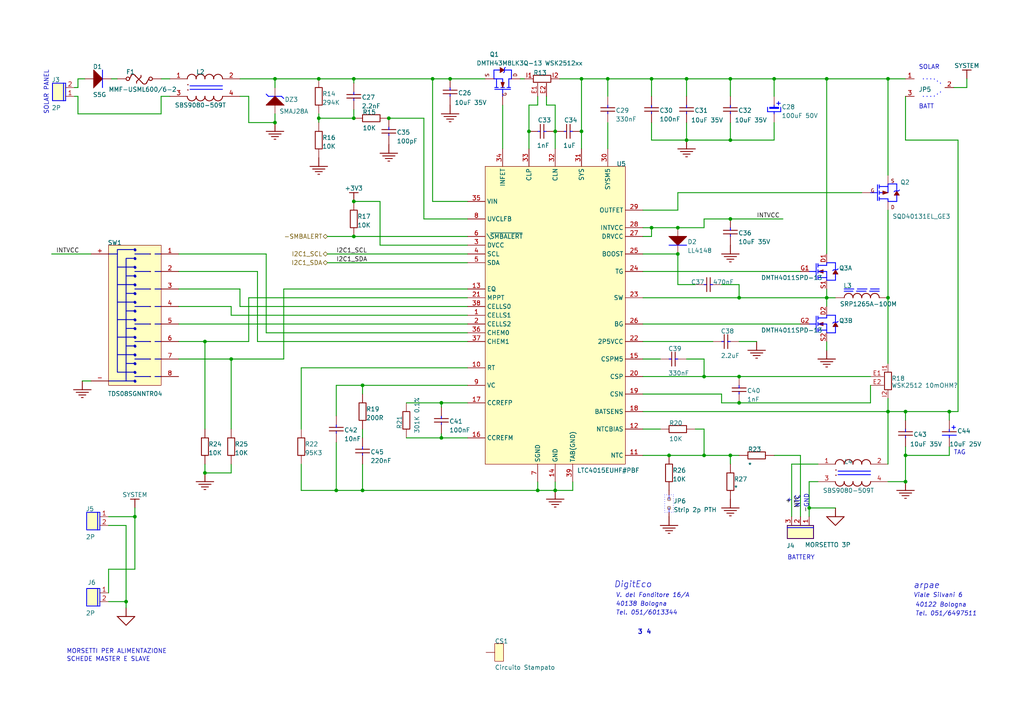
<source format=kicad_sch>
(kicad_sch (version 20230121) (generator eeschema)
  (paper "A4")
  (title_block (title "Stima V4-Power") (rev "1.0"))
  (junction (at 112.776 34.29))
  (junction (at 204.216 132.08))
  (junction (at 188.976 66.04))
  (junction (at 168.656 38.1))
  (junction (at 194.056 132.08))
  (junction (at 204.216 109.22))
  (junction (at 257.556 22.86))
  (junction (at 128.016 127))
  (junction (at 214.376 116.84))
  (junction (at 257.556 86.36))
  (junction (at 275.336 119.38))
  (junction (at 199.136 22.86))
  (junction (at 214.376 109.22))
  (junction (at 36.576 174.498))
  (junction (at 155.956 142.24))
  (junction (at 59.436 99.06))
  (junction (at 105.156 111.76))
  (junction (at 199.136 40.64))
  (junction (at 239.776 86.36))
  (junction (at 196.596 73.66))
  (junction (at 102.616 22.86))
  (junction (at 92.456 34.29))
  (junction (at 102.616 58.42))
  (junction (at 196.596 66.04))
  (junction (at 224.536 22.86))
  (junction (at 161.036 38.1))
  (junction (at 79.756 22.86))
  (junction (at 59.436 137.16))
  (junction (at 67.056 104.14))
  (junction (at 125.476 22.86))
  (junction (at 214.376 86.36))
  (junction (at 257.556 119.38))
  (junction (at 262.636 119.38))
  (junction (at 92.456 22.86))
  (junction (at 161.036 142.24))
  (junction (at 234.696 147.32))
  (junction (at 97.536 142.24))
  (junction (at 102.616 68.58))
  (junction (at 153.416 38.1))
  (junction (at 79.756 35.56))
  (junction (at 105.156 142.24))
  (junction (at 262.636 132.08))
  (junction (at 188.976 22.86))
  (junction (at 176.276 22.86))
  (junction (at 211.836 22.86))
  (junction (at 130.556 22.86))
  (junction (at 102.616 34.29))
  (junction (at 262.636 139.7))
  (junction (at 168.656 22.86))
  (junction (at 211.836 63.5))
  (junction (at 128.016 116.84))
  (junction (at 39.116 149.86))
  (junction (at 211.836 40.64))
  (junction (at 211.836 132.08))
  (junction (at 239.776 22.86))
  (wire (pts (xy 79.756 35.56) (xy 79.756 33.02)) (stroke (width 0.254)))
  (wire (pts (xy 188.976 27.94) (xy 188.976 22.86)) (stroke (width 0.254)))
  (wire (pts (xy 46.736 22.86) (xy 49.276 22.86)) (stroke (width 0.254)))
  (wire (pts (xy 155.956 30.48) (xy 153.416 30.48)) (stroke (width 0.254)))
  (wire (pts (xy 234.696 147.32) (xy 242.316 147.32)) (stroke (width 0.254)))
  (wire (pts (xy 135.636 116.84) (xy 128.016 116.84)) (stroke (width 0.254)))
  (wire (pts (xy 128.016 125.73) (xy 128.016 127)) (stroke (width 0.254)))
  (wire (pts (xy 239.776 88.9) (xy 239.776 86.36)) (stroke (width 0.254)))
  (wire (pts (xy 224.536 22.86) (xy 211.836 22.86)) (stroke (width 0.254)))
  (wire (pts (xy 161.036 139.7) (xy 161.036 142.24)) (stroke (width 0.254)))
  (wire (pts (xy 232.156 149.86) (xy 232.156 132.08)) (stroke (width 0.254)))
  (wire (pts (xy 135.636 76.2) (xy 94.996 76.2)) (stroke (width 0.254)))
  (wire (pts (xy 31.496 165.1) (xy 31.496 171.958)) (stroke (width 0.254)))
  (wire (pts (xy 105.156 124.46) (xy 105.156 127)) (stroke (width 0.254)))
  (wire (pts (xy 199.136 22.86) (xy 188.976 22.86)) (stroke (width 0.254)))
  (wire (pts (xy 122.936 63.5) (xy 122.936 34.29)) (stroke (width 0.254)))
  (wire (pts (xy 257.556 134.62) (xy 257.556 119.38)) (stroke (width 0.254)))
  (wire (pts (xy 186.436 114.3) (xy 209.296 114.3)) (stroke (width 0.254)))
  (wire (pts (xy 22.606 22.86) (xy 24.638 22.86)) (stroke (width 0.254)))
  (wire (pts (xy 135.636 99.06) (xy 74.676 99.06)) (stroke (width 0.254)))
  (wire (pts (xy 209.296 116.84) (xy 214.376 116.84)) (stroke (width 0.254)))
  (wire (pts (xy 176.276 27.94) (xy 176.276 22.86)) (stroke (width 0.254)))
  (wire (pts (xy 186.436 99.06) (xy 206.756 99.06)) (stroke (width 0.254)))
  (wire (pts (xy 232.156 132.08) (xy 224.536 132.08)) (stroke (width 0.254)))
  (wire (pts (xy 72.136 86.36) (xy 72.136 99.06)) (stroke (width 0.254)))
  (wire (pts (xy 188.976 22.86) (xy 176.276 22.86)) (stroke (width 0.254)))
  (wire (pts (xy 135.636 86.36) (xy 72.136 86.36)) (stroke (width 0.254)))
  (wire (pts (xy 186.436 78.74) (xy 232.156 78.74)) (stroke (width 0.254)))
  (wire (pts (xy 176.276 35.56) (xy 176.276 43.18)) (stroke (width 0.254)))
  (wire (pts (xy 239.776 101.6) (xy 239.776 99.06)) (stroke (width 0.254)))
  (wire (pts (xy 211.836 132.08) (xy 214.376 132.08)) (stroke (width 0.254)))
  (wire (pts (xy 188.976 68.58) (xy 188.976 66.04)) (stroke (width 0.254)))
  (wire (pts (xy 105.156 134.62) (xy 105.156 142.24)) (stroke (width 0.254)))
  (wire (pts (xy 69.596 83.82) (xy 51.816 83.82)) (stroke (width 0.254)))
  (wire (pts (xy 14.986 73.66) (xy 26.416 73.66)) (stroke (width 0.254)))
  (wire (pts (xy 77.216 96.52) (xy 77.216 73.66)) (stroke (width 0.254)))
  (wire (pts (xy 275.336 119.38) (xy 277.876 119.38)) (stroke (width 0.254)))
  (wire (pts (xy 21.59 27.94) (xy 22.606 27.94)) (stroke (width 0.254)))
  (wire (pts (xy 67.056 134.62) (xy 67.056 137.16)) (stroke (width 0.254)))
  (wire (pts (xy 224.536 27.94) (xy 224.536 22.86)) (stroke (width 0.254)))
  (wire (pts (xy 186.436 73.66) (xy 196.596 73.66)) (stroke (width 0.254)))
  (wire (pts (xy 257.556 22.86) (xy 239.776 22.86)) (stroke (width 0.254)))
  (wire (pts (xy 257.556 119.38) (xy 262.636 119.38)) (stroke (width 0.254)))
  (wire (pts (xy 186.436 66.04) (xy 188.976 66.04)) (stroke (width 0.254)))
  (wire (pts (xy 125.476 58.42) (xy 125.476 22.86)) (stroke (width 0.254)))
  (wire (pts (xy 22.606 27.94) (xy 22.606 33.02)) (stroke (width 0.254)))
  (wire (pts (xy 22.606 25.4) (xy 22.606 22.86)) (stroke (width 0.254)))
  (wire (pts (xy 22.606 33.02) (xy 46.736 33.02)) (stroke (width 0.254)))
  (wire (pts (xy 105.156 111.76) (xy 105.156 114.3)) (stroke (width 0.254)))
  (wire (pts (xy 280.416 25.4) (xy 280.416 22.86)) (stroke (width 0.254)))
  (wire (pts (xy 229.616 134.62) (xy 237.236 134.62)) (stroke (width 0.254)))
  (wire (pts (xy 135.636 91.44) (xy 67.056 91.44)) (stroke (width 0.254)))
  (wire (pts (xy 97.536 128.27) (xy 97.536 142.24)) (stroke (width 0.254)))
  (wire (pts (xy 135.636 96.52) (xy 77.216 96.52)) (stroke (width 0.254)))
  (wire (pts (xy 257.556 139.7) (xy 262.636 139.7)) (stroke (width 0.254)))
  (wire (pts (xy 199.136 40.64) (xy 199.136 35.56)) (stroke (width 0.254)))
  (wire (pts (xy 135.636 71.12) (xy 110.236 71.12)) (stroke (width 0.254)))
  (wire (pts (xy 234.696 147.32) (xy 234.696 139.7)) (stroke (width 0.254)))
  (wire (pts (xy 277.876 40.64) (xy 262.636 40.64)) (stroke (width 0.254)))
  (wire (pts (xy 199.136 40.64) (xy 211.836 40.64)) (stroke (width 0.254)))
  (wire (pts (xy 188.976 40.64) (xy 199.136 40.64)) (stroke (width 0.254)))
  (wire (pts (xy 105.156 111.76) (xy 97.536 111.76)) (stroke (width 0.254)))
  (wire (pts (xy 209.296 82.55) (xy 214.376 82.55)) (stroke (width 0.254)))
  (wire (pts (xy 145.796 30.48) (xy 145.796 43.18)) (stroke (width 0.254)))
  (wire (pts (xy 257.556 86.36) (xy 257.556 60.96)) (stroke (width 0.254)))
  (wire (pts (xy 125.476 22.86) (xy 130.556 22.86)) (stroke (width 0.254)))
  (wire (pts (xy 72.136 27.94) (xy 72.136 35.56)) (stroke (width 0.254)))
  (wire (pts (xy 257.556 22.86) (xy 262.636 22.86)) (stroke (width 0.254)))
  (wire (pts (xy 87.376 106.68) (xy 87.376 124.46)) (stroke (width 0.254)))
  (wire (pts (xy 39.116 165.1) (xy 39.116 149.86)) (stroke (width 0.254)))
  (wire (pts (xy 130.556 22.86) (xy 140.716 22.86)) (stroke (width 0.254)))
  (wire (pts (xy 150.876 22.86) (xy 152.146 22.86)) (stroke (width 0.254)))
  (wire (pts (xy 97.536 111.76) (xy 97.536 120.65)) (stroke (width 0.254)))
  (wire (pts (xy 186.436 124.46) (xy 191.516 124.46)) (stroke (width 0.254)))
  (wire (pts (xy 31.496 174.498) (xy 36.576 174.498)) (stroke (width 0.254)))
  (wire (pts (xy 277.876 119.38) (xy 277.876 40.64)) (stroke (width 0.254)))
  (wire (pts (xy 135.636 73.66) (xy 94.996 73.66)) (stroke (width 0.254)))
  (wire (pts (xy 92.456 35.56) (xy 92.456 34.29)) (stroke (width 0.254)))
  (wire (pts (xy 135.636 111.76) (xy 105.156 111.76)) (stroke (width 0.254)))
  (wire (pts (xy 153.416 30.48) (xy 153.416 38.1)) (stroke (width 0.254)))
  (wire (pts (xy 105.156 142.24) (xy 155.956 142.24)) (stroke (width 0.254)))
  (wire (pts (xy 59.436 99.06) (xy 51.816 99.06)) (stroke (width 0.254)))
  (wire (pts (xy 135.636 68.58) (xy 102.616 68.58)) (stroke (width 0.254)))
  (wire (pts (xy 72.136 99.06) (xy 59.436 99.06)) (stroke (width 0.254)))
  (wire (pts (xy 67.056 137.16) (xy 59.436 137.16)) (stroke (width 0.254)))
  (wire (pts (xy 186.436 119.38) (xy 257.556 119.38)) (stroke (width 0.254)))
  (wire (pts (xy 77.216 73.66) (xy 51.816 73.66)) (stroke (width 0.254)))
  (wire (pts (xy 186.436 60.96) (xy 196.596 60.96)) (stroke (width 0.254)))
  (wire (pts (xy 135.636 63.5) (xy 122.936 63.5)) (stroke (width 0.254)))
  (wire (pts (xy 128.016 118.11) (xy 128.016 116.84)) (stroke (width 0.254)))
  (wire (pts (xy 209.296 114.3) (xy 209.296 116.84)) (stroke (width 0.254)))
  (wire (pts (xy 239.776 22.86) (xy 224.536 22.86)) (stroke (width 0.254)))
  (wire (pts (xy 211.836 27.94) (xy 211.836 22.86)) (stroke (width 0.254)))
  (wire (pts (xy 234.696 149.86) (xy 234.696 147.32)) (stroke (width 0.254)))
  (wire (pts (xy 161.036 38.1) (xy 161.036 43.18)) (stroke (width 0.254)))
  (wire (pts (xy 252.476 116.84) (xy 252.476 111.76)) (stroke (width 0.254)))
  (wire (pts (xy 32.258 22.86) (xy 34.036 22.86)) (stroke (width 0.254)))
  (wire (pts (xy 275.336 119.38) (xy 275.336 121.92)) (stroke (width 0.254)))
  (wire (pts (xy 155.956 27.94) (xy 155.956 30.48)) (stroke (width 0.254)))
  (wire (pts (xy 204.216 124.46) (xy 201.676 124.46)) (stroke (width 0.254)))
  (wire (pts (xy 214.376 99.06) (xy 219.456 99.06)) (stroke (width 0.254)))
  (wire (pts (xy 196.596 73.66) (xy 196.596 82.55)) (stroke (width 0.254)))
  (wire (pts (xy 275.336 132.08) (xy 262.636 132.08)) (stroke (width 0.254)))
  (wire (pts (xy 186.436 93.98) (xy 232.156 93.98)) (stroke (width 0.254)))
  (wire (pts (xy 161.036 142.24) (xy 166.116 142.24)) (stroke (width 0.254)))
  (wire (pts (xy 196.596 60.96) (xy 196.596 55.88)) (stroke (width 0.254)))
  (wire (pts (xy 199.136 27.94) (xy 199.136 22.86)) (stroke (width 0.254)))
  (wire (pts (xy 276.606 25.4) (xy 280.416 25.4)) (stroke (width 0.254)))
  (wire (pts (xy 214.376 82.55) (xy 214.376 86.36)) (stroke (width 0.254)))
  (wire (pts (xy 257.556 105.41) (xy 257.556 86.36)) (stroke (width 0.254)))
  (wire (pts (xy 67.056 88.9) (xy 51.816 88.9)) (stroke (width 0.254)))
  (wire (pts (xy 102.616 68.58) (xy 94.996 68.58)) (stroke (width 0.254)))
  (wire (pts (xy 239.776 86.36) (xy 242.316 86.36)) (stroke (width 0.254)))
  (wire (pts (xy 191.516 104.14) (xy 186.436 104.14)) (stroke (width 0.254)))
  (wire (pts (xy 188.976 66.04) (xy 196.596 66.04)) (stroke (width 0.254)))
  (wire (pts (xy 161.036 30.48) (xy 161.036 38.1)) (stroke (width 0.254)))
  (wire (pts (xy 211.836 40.64) (xy 224.536 40.64)) (stroke (width 0.254)))
  (wire (pts (xy 211.836 63.5) (xy 227.076 63.5)) (stroke (width 0.254)))
  (wire (pts (xy 87.376 142.24) (xy 97.536 142.24)) (stroke (width 0.254)))
  (wire (pts (xy 110.236 71.12) (xy 110.236 58.42)) (stroke (width 0.254)))
  (wire (pts (xy 204.216 104.14) (xy 204.216 109.22)) (stroke (width 0.254)))
  (wire (pts (xy 21.59 25.4) (xy 22.606 25.4)) (stroke (width 0.254)))
  (wire (pts (xy 46.736 33.02) (xy 46.736 27.94)) (stroke (width 0.254)))
  (wire (pts (xy 36.576 152.4) (xy 31.496 152.4)) (stroke (width 0.254)))
  (wire (pts (xy 211.836 134.62) (xy 211.836 132.08)) (stroke (width 0.254)))
  (wire (pts (xy 59.436 137.16) (xy 59.436 134.62)) (stroke (width 0.254)))
  (wire (pts (xy 158.496 27.94) (xy 158.496 30.48)) (stroke (width 0.254)))
  (wire (pts (xy 67.056 104.14) (xy 51.816 104.14)) (stroke (width 0.254)))
  (wire (pts (xy 204.216 66.04) (xy 204.216 63.5)) (stroke (width 0.254)))
  (wire (pts (xy 168.656 22.86) (xy 162.306 22.86)) (stroke (width 0.254)))
  (wire (pts (xy 257.556 115.57) (xy 257.556 119.38)) (stroke (width 0.254)))
  (wire (pts (xy 153.416 38.1) (xy 153.416 43.18)) (stroke (width 0.254)))
  (wire (pts (xy 39.116 149.86) (xy 39.116 147.32)) (stroke (width 0.254)))
  (wire (pts (xy 168.656 38.1) (xy 168.656 22.86)) (stroke (width 0.254)))
  (wire (pts (xy 155.956 142.24) (xy 161.036 142.24)) (stroke (width 0.254)))
  (wire (pts (xy 82.296 83.82) (xy 82.296 104.14)) (stroke (width 0.254)))
  (wire (pts (xy 97.536 142.24) (xy 105.156 142.24)) (stroke (width 0.254)))
  (wire (pts (xy 239.776 22.86) (xy 239.776 73.66)) (stroke (width 0.254)))
  (wire (pts (xy 257.556 50.8) (xy 257.556 22.86)) (stroke (width 0.254)))
  (wire (pts (xy 69.596 27.94) (xy 72.136 27.94)) (stroke (width 0.254)))
  (wire (pts (xy 87.376 134.62) (xy 87.376 142.24)) (stroke (width 0.254)))
  (wire (pts (xy 128.016 127) (xy 135.636 127)) (stroke (width 0.254)))
  (wire (pts (xy 214.376 116.84) (xy 252.476 116.84)) (stroke (width 0.254)))
  (wire (pts (xy 158.496 30.48) (xy 161.036 30.48)) (stroke (width 0.254)))
  (wire (pts (xy 135.636 58.42) (xy 125.476 58.42)) (stroke (width 0.254)))
  (wire (pts (xy 122.936 34.29) (xy 112.776 34.29)) (stroke (width 0.254)))
  (wire (pts (xy 135.636 93.98) (xy 51.816 93.98)) (stroke (width 0.254)))
  (wire (pts (xy 188.976 35.56) (xy 188.976 40.64)) (stroke (width 0.254)))
  (wire (pts (xy 211.836 22.86) (xy 199.136 22.86)) (stroke (width 0.254)))
  (wire (pts (xy 196.596 55.88) (xy 249.936 55.88)) (stroke (width 0.254)))
  (wire (pts (xy 204.216 132.08) (xy 204.216 124.46)) (stroke (width 0.254)))
  (wire (pts (xy 214.376 109.22) (xy 204.216 109.22)) (stroke (width 0.254)))
  (wire (pts (xy 262.636 139.7) (xy 262.636 132.08)) (stroke (width 0.254)))
  (wire (pts (xy 135.636 83.82) (xy 82.296 83.82)) (stroke (width 0.254)))
  (wire (pts (xy 69.596 88.9) (xy 69.596 83.82)) (stroke (width 0.254)))
  (wire (pts (xy 262.636 132.08) (xy 262.636 129.54)) (stroke (width 0.254)))
  (wire (pts (xy 194.056 132.08) (xy 204.216 132.08)) (stroke (width 0.254)))
  (wire (pts (xy 36.576 174.498) (xy 36.576 152.4)) (stroke (width 0.254)))
  (wire (pts (xy 79.756 22.86) (xy 79.756 25.4)) (stroke (width 0.254)))
  (wire (pts (xy 214.376 86.36) (xy 186.436 86.36)) (stroke (width 0.254)))
  (wire (pts (xy 211.836 40.64) (xy 211.836 35.56)) (stroke (width 0.254)))
  (wire (pts (xy 67.056 91.44) (xy 67.056 88.9)) (stroke (width 0.254)))
  (wire (pts (xy 186.436 68.58) (xy 188.976 68.58)) (stroke (width 0.254)))
  (wire (pts (xy 204.216 109.22) (xy 186.436 109.22)) (stroke (width 0.254)))
  (wire (pts (xy 46.736 27.94) (xy 49.276 27.94)) (stroke (width 0.254)))
  (wire (pts (xy 31.496 165.1) (xy 39.116 165.1)) (stroke (width 0.254)))
  (wire (pts (xy 82.296 104.14) (xy 67.056 104.14)) (stroke (width 0.254)))
  (wire (pts (xy 125.476 22.86) (xy 102.616 22.86)) (stroke (width 0.254)))
  (wire (pts (xy 168.656 38.1) (xy 168.656 43.18)) (stroke (width 0.254)))
  (wire (pts (xy 135.636 88.9) (xy 69.596 88.9)) (stroke (width 0.254)))
  (wire (pts (xy 166.116 142.24) (xy 166.116 139.7)) (stroke (width 0.254)))
  (wire (pts (xy 155.956 139.7) (xy 155.956 142.24)) (stroke (width 0.254)))
  (wire (pts (xy 67.056 124.46) (xy 67.056 104.14)) (stroke (width 0.254)))
  (wire (pts (xy 204.216 63.5) (xy 211.836 63.5)) (stroke (width 0.254)))
  (wire (pts (xy 36.576 176.276) (xy 36.576 174.498)) (stroke (width 0.254)))
  (wire (pts (xy 26.416 110.49) (xy 23.876 110.49)) (stroke (width 0.254)))
  (wire (pts (xy 72.136 35.56) (xy 79.756 35.56)) (stroke (width 0.254)))
  (wire (pts (xy 92.456 34.29) (xy 92.456 33.02)) (stroke (width 0.254)))
  (wire (pts (xy 229.616 149.86) (xy 229.616 134.62)) (stroke (width 0.254)))
  (wire (pts (xy 262.636 119.38) (xy 262.636 121.92)) (stroke (width 0.254)))
  (wire (pts (xy 204.216 132.08) (xy 211.836 132.08)) (stroke (width 0.254)))
  (wire (pts (xy 102.616 31.75) (xy 102.616 34.29)) (stroke (width 0.254)))
  (wire (pts (xy 117.856 127) (xy 128.016 127)) (stroke (width 0.254)))
  (wire (pts (xy 196.596 66.04) (xy 204.216 66.04)) (stroke (width 0.254)))
  (wire (pts (xy 224.536 40.64) (xy 224.536 35.56)) (stroke (width 0.254)))
  (wire (pts (xy 92.456 22.86) (xy 79.756 22.86)) (stroke (width 0.254)))
  (wire (pts (xy 186.436 132.08) (xy 194.056 132.08)) (stroke (width 0.254)))
  (wire (pts (xy 214.376 86.36) (xy 239.776 86.36)) (stroke (width 0.254)))
  (wire (pts (xy 234.696 139.7) (xy 237.236 139.7)) (stroke (width 0.254)))
  (wire (pts (xy 199.136 104.14) (xy 204.216 104.14)) (stroke (width 0.254)))
  (wire (pts (xy 176.276 22.86) (xy 168.656 22.86)) (stroke (width 0.254)))
  (wire (pts (xy 262.636 119.38) (xy 275.336 119.38)) (stroke (width 0.254)))
  (wire (pts (xy 275.336 129.54) (xy 275.336 132.08)) (stroke (width 0.254)))
  (wire (pts (xy 69.596 22.86) (xy 79.756 22.86)) (stroke (width 0.254)))
  (wire (pts (xy 31.496 149.86) (xy 39.116 149.86)) (stroke (width 0.254)))
  (wire (pts (xy 239.776 83.82) (xy 239.776 86.36)) (stroke (width 0.254)))
  (wire (pts (xy 102.616 34.29) (xy 92.456 34.29)) (stroke (width 0.254)))
  (wire (pts (xy 59.436 124.46) (xy 59.436 99.06)) (stroke (width 0.254)))
  (wire (pts (xy 74.676 99.06) (xy 74.676 78.74)) (stroke (width 0.254)))
  (wire (pts (xy 196.596 82.55) (xy 201.676 82.55)) (stroke (width 0.254)))
  (wire (pts (xy 74.676 78.74) (xy 51.816 78.74)) (stroke (width 0.254)))
  (wire (pts (xy 128.016 116.84) (xy 117.856 116.84)) (stroke (width 0.254)))
  (wire (pts (xy 135.636 106.68) (xy 87.376 106.68)) (stroke (width 0.254)))
  (wire (pts (xy 102.616 22.86) (xy 92.456 22.86)) (stroke (width 0.254)))
  (wire (pts (xy 110.236 58.42) (xy 102.616 58.42)) (stroke (width 0.254)))
  (wire (pts (xy 262.636 40.64) (xy 262.636 27.94)) (stroke (width 0.254)))
  (wire (pts (xy 102.616 24.13) (xy 102.616 22.86)) (stroke (width 0.254)))
  (wire (pts (xy 252.476 109.22) (xy 214.376 109.22)) (stroke (width 0.254)))
  (text "SOLAR" (at 266.446 20.32 0) (effects (font (size 1.27 1.27)) (justify left bottom)))
  (text "+" (at 229.616 146.05 90) (effects (font (size 1.27 1.27)) (justify left bottom)))
  (text "DigitEco" (at 178.054 170.688 0) (effects (font (size 1.778 1.778) italic) (justify left bottom)))
  (text "SOLAR PANEL" (at 14.224 33.274 90) (effects (font (size 1.27 1.27)) (justify left bottom)))
  (text "MORSETTI PER ALIMENTAZIONE" (at 19.304 189.738 0) (effects (font (size 1.27 1.27)) (justify left bottom)))
  (text "Tel. 051/6497511" (at 265.43 178.816 0) (effects (font (size 1.27 1.27) italic) (justify left bottom)))
  (text "BATT" (at 266.446 31.75 0) (effects (font (size 1.27 1.27)) (justify left bottom)))
  (text "arpae" (at 264.922 170.942 0) (effects (font (size 1.778 1.778) italic) (justify left bottom)))
  (text "40122 Bologna" (at 265.43 176.276 0) (effects (font (size 1.27 1.27) italic) (justify left bottom)))
  (text "${#}" (at 184.912 184.15 0) (effects (font (size 1.27 1.27) bold) (justify left bottom)))
  (text "SCHEDE MASTER E SLAVE" (at 19.304 192.024 0) (effects (font (size 1.27 1.27)) (justify left bottom)))
  (text "NTC" (at 232.156 147.32 90) (effects (font (size 1.27 1.27)) (justify left bottom)))
  (text "GND" (at 234.696 147.32 90) (effects (font (size 1.27 1.27)) (justify left bottom)))
  (text "Viale Silvani 6" (at 264.922 173.482 0) (effects (font (size 1.27 1.27) italic) (justify left bottom)))
  (text "40138 Bologna" (at 178.562 176.022 0) (effects (font (size 1.27 1.27) italic) (justify left bottom)))
  (text "TAG" (at 276.606 132.08 0) (effects (font (size 1.27 1.27)) (justify left bottom)))
  (text "V. del Fonditore 16/A" (at 178.562 173.482 0) (effects (font (size 1.27 1.27) italic) (justify left bottom)))
  (text "Tel. 051/6013344" (at 178.562 178.562 0) (effects (font (size 1.27 1.27) italic) (justify left bottom)))
  (text "4" (at 188.976 184.15 0) (effects (font (size 1.27 1.27) bold) (justify right bottom)))
  (text "BATTERY" (at 228.346 162.56 0) (effects (font (size 1.27 1.27)) (justify left bottom)))
  (label "NTC" (at 232.156 147.32 270))
  (label "I2C1_SDA" (at 97.536 76.2 180))
  (label "I2C1_SCL" (at 97.536 73.66 180))
  (label "INTVCC" (at 219.456 63.5 180))
  (label "+" (at 229.616 146.05 270))
  (label "-" (at 234.696 148.59 270))
  (label "INTVCC" (at 16.256 73.66 180))
  (hierarchical_label "I2C1_SCL" (shape bidirectional) (at 94.996 73.66 180))
  (hierarchical_label "-SMBALERT" (shape bidirectional) (at 94.996 68.58 180))
  (hierarchical_label "I2C1_SDA" (shape bidirectional) (at 94.996 76.2 180))
  (symbol (lib_id "Stima V4 Power-altium-import:root_0_FILTRO KEMETSBS9080") (at 237.236 134.62 0) (unit 1)
    (property "Reference" "L4" (at 244.856 134.62 0) (effects (justify left bottom)))
    (property "Value" "SBS9080-509T" (at 238.641 143.002 0) (effects (justify left bottom)))
    (property "Footprint" "FILTRO KEMET SBS9080-MIO" (effects hide))
    (property "PACKAGE REFERENCE" "SMD" (effects hide))
  )
  (symbol (lib_id "Stima V4 Power-altium-import:root_0_C0603") (at 176.276 30.48 0) (unit 1)
    (property "Reference" "C29" (at 178.562 32.766 0) (effects (justify left bottom)))
    (property "Value" "330nF" (at 178.562 35.306 0) (effects (justify left bottom)))
    (property "Footprint" "0603" (effects hide))
    (property "PACKAGE REFERENCE" "0603" (effects hide))
    (property "TYPE" "Multistrato X5R/X7R" (effects hide))
    (property "ALTIUM_VALUE" "330nF" (effects hide))
    (property "VOLTAGE" "50V" (effects hide))
  )
  (symbol (lib_id "Stima V4 Power-altium-import:root_0_JUMP3S") (at 266.446 22.86 0) (unit 1)
    (property "Reference" "JP5" (at 266.446 26.67 0) (effects (justify left bottom)))
    (property "Value" "JUMP3S" (effects hide))
    (property "Footprint" "JUMP3S" (effects hide))
  )
  (symbol (lib_id "Stima V4 Power-altium-import:root_0_C0603") (at 105.156 129.54 0) (unit 1)
    (property "Reference" "C45" (at 107.442 131.826 0) (effects (justify left bottom)))
    (property "Value" "220nF" (at 107.442 134.366 0) (effects (justify left bottom)))
    (property "Footprint" "0603" (effects hide))
    (property "PACKAGE REFERENCE" "0603" (effects hide))
    (property "TYPE" "Multistrato X5R/X7R" (effects hide))
    (property "ALTIUM_VALUE" "220nF" (effects hide))
    (property "VOLTAGE" "50V" (effects hide))
  )
  (symbol (lib_id "Stima V4 Power-altium-import:root_1_C0603") (at 194.056 104.14 0) (unit 1)
    (property "Reference" "C39" (at 193.802 101.854 0) (effects (justify left bottom)))
    (property "Value" "330nF" (at 193.802 108.966 0) (effects (justify left bottom)))
    (property "Footprint" "0805" (effects hide))
    (property "PACKAGE REFERENCE" "0805" (effects hide))
    (property "TYPE" "Multistrato X5R/X7R" (effects hide))
    (property "ALTIUM_VALUE" "330nF" (effects hide))
    (property "VOLTAGE" "50V" (effects hide))
  )
  (symbol (lib_id "Stima V4 Power-altium-import:root_0_C0603") (at 211.836 30.48 0) (unit 1)
    (property "Reference" "C32" (at 214.122 32.766 0) (effects (justify left bottom)))
    (property "Value" "10uF 35V" (at 213.106 35.56 0) (effects (justify left bottom)))
    (property "Footprint" "0603" (effects hide))
    (property "PACKAGE REFERENCE" "0603" (effects hide))
    (property "TYPE" "Multistrato X5R/X7R" (effects hide))
    (property "ALTIUM_VALUE" "10uF" (effects hide))
    (property "VOLTAGE" "35V" (effects hide))
  )
  (symbol (lib_id "Stima V4 Power-altium-import:root_0_Elettrol-SMD") (at 224.536 30.48 0) (unit 1)
    (property "Reference" "C28" (at 226.695 31.75 0) (effects (justify left bottom)))
    (property "Value" "100uF 50V" (at 226.695 34.29 0) (effects (justify left bottom)))
    (property "Footprint" "8X10_5" (effects hide))
    (property "PACKAGE REFERENCE" "8X10.5" (effects hide))
    (property "ALTIUM_VALUE" "100uF" (effects hide))
    (property "TYPE" "Elettrolitico" (effects hide))
    (property "VOLTAGE" "50V" (effects hide))
  )
  (symbol (lib_id "Stima V4 Power-altium-import:root_0_C0603") (at 188.976 30.48 0) (unit 1)
    (property "Reference" "C30" (at 191.262 32.766 0) (effects (justify left bottom)))
    (property "Value" "100nF" (at 191.262 35.306 0) (effects (justify left bottom)))
    (property "Footprint" "0603" (effects hide))
    (property "PACKAGE REFERENCE" "0603" (effects hide))
    (property "TYPE" "Multistrato X5R/X7R" (effects hide))
    (property "ALTIUM_VALUE" "100nF" (effects hide))
    (property "VOLTAGE" "50V" (effects hide))
  )
  (symbol (lib_id "Stima V4 Power-altium-import:root_0_C0603") (at 199.136 30.48 0) (unit 1)
    (property "Reference" "C31" (at 201.422 32.766 0) (effects (justify left bottom)))
    (property "Value" "10uF 35V" (at 200.406 35.56 0) (effects (justify left bottom)))
    (property "Footprint" "0603" (effects hide))
    (property "PACKAGE REFERENCE" "0603" (effects hide))
    (property "TYPE" "Multistrato X5R/X7R" (effects hide))
    (property "ALTIUM_VALUE" "10uF" (effects hide))
    (property "VOLTAGE" "35V" (effects hide))
  )
  (symbol (lib_id "Stima V4 Power-altium-import:root_0_C0603") (at 102.616 26.67 0) (unit 1)
    (property "Reference" "C27" (at 104.902 28.956 0) (effects (justify left bottom)))
    (property "Value" "2.2nF" (at 104.902 31.496 0) (effects (justify left bottom)))
    (property "Footprint" "0603" (effects hide))
    (property "PACKAGE REFERENCE" "0603" (effects hide))
    (property "TYPE" "Multistrato X5R/X7R" (effects hide))
    (property "ALTIUM_VALUE" "2.2nF" (effects hide))
    (property "VOLTAGE" "50V" (effects hide))
  )
  (symbol (lib_id "Stima V4 Power-altium-import:root_1_Res 0603") (at 191.516 139.7 0) (unit 1)
    (property "Reference" "R26" (at 195.072 137.16 0) (effects (justify left bottom)))
    (property "Value" "10K" (at 195.072 139.7 0) (effects (justify left bottom)))
    (property "Footprint" "0603" (effects hide))
    (property "ALTIUM_VALUE" "10K" (effects hide))
    (property "PRECISION" "1%" (effects hide))
    (property "PACKAGE REFERENCE" "0603" (effects hide))
    (property "POWER" "1/10W" (effects hide))
  )
  (symbol (lib_id "Stima V4 Power-altium-import:root_1_Res 0603") (at 89.916 30.48 0) (unit 1)
    (property "Reference" "R14" (at 93.472 27.94 0) (effects (justify left bottom)))
    (property "Value" "294K" (at 93.472 30.48 0) (effects (justify left bottom)))
    (property "Footprint" "0603" (effects hide))
    (property "ALTIUM_VALUE" "294K" (effects hide))
    (property "PRECISION" "1%" (effects hide))
    (property "PACKAGE REFERENCE" "0603" (effects hide))
    (property "POWER" "1/10W" (effects hide))
  )
  (symbol (lib_id "Stima V4 Power-altium-import:GND") (at 161.036 142.24 0) (unit 1)
    (property "Reference" "#PWR?" (effects hide))
    (property "Value" "GND" (effects hide))
  )
  (symbol (lib_id "Stima V4 Power-altium-import:root_1_Res 0603") (at 89.916 43.18 0) (unit 1)
    (property "Reference" "R16" (at 93.472 40.64 0) (effects (justify left bottom)))
    (property "Value" "10K" (at 93.472 43.18 0) (effects (justify left bottom)))
    (property "Footprint" "0603" (effects hide))
    (property "ALTIUM_VALUE" "10K" (effects hide))
    (property "PRECISION" "1%" (effects hide))
    (property "PACKAGE REFERENCE" "0603" (effects hide))
    (property "POWER" "1/10W" (effects hide))
  )
  (symbol (lib_id "Stima V4 Power-altium-import:GND") (at 194.056 149.86 0) (unit 1)
    (property "Reference" "#PWR?" (effects hide))
    (property "Value" "GND" (effects hide))
  )
  (symbol (lib_id "Stima V4 Power-altium-import:root_2_Diode SMD 1N41..SOD80") (at 196.596 71.12 0) (unit 1)
    (property "Reference" "D2" (at 199.39 70.866 0) (effects (justify left bottom)))
    (property "Value" "LL4148" (at 199.39 73.406 0) (effects (justify left bottom)))
    (property "Footprint" "DSOD80" (effects hide))
    (property "PACKAGE REFERENCE" "SOD80" (effects hide))
  )
  (symbol (lib_id "Stima V4 Power-altium-import:root_0_Fuse Thermal") (at 36.576 20.32 0) (unit 1)
    (property "Reference" "F1" (at 36.576 21.59 0) (effects (justify left bottom)))
    (property "Value" "MMF-USML600/6-2" (at 31.496 26.67 0) (effects (justify left bottom)))
    (property "Footprint" "1210" (effects hide))
    (property "TYPE" "Bourns" (effects hide))
    (property "PACKAGE REFERENCE" "1210" (effects hide))
    (property "ALTIUM_VALUE" "MF-USML600/6-2" (effects hide))
  )
  (symbol (lib_id "Stima V4 Power-altium-import:root_1_C0603") (at 204.216 82.55 0) (unit 1)
    (property "Reference" "C37" (at 200.406 82.55 0) (effects (justify left bottom)))
    (property "Value" "470nF" (at 206.756 82.55 0) (effects (justify left bottom)))
    (property "Footprint" "0603" (effects hide))
    (property "PACKAGE REFERENCE" "0603" (effects hide))
    (property "TYPE" "Multistrato X5R/X7R" (effects hide))
    (property "ALTIUM_VALUE" "470nF" (effects hide))
    (property "VOLTAGE" "50V" (effects hide))
  )
  (symbol (lib_id "Stima V4 Power-altium-import:GND") (at 59.436 137.16 0) (unit 1)
    (property "Reference" "#PWR?" (effects hide))
    (property "Value" "GND" (effects hide))
  )
  (symbol (lib_id "Stima V4 Power-altium-import:GND") (at 23.876 110.49 0) (unit 1)
    (property "Reference" "#PWR?" (effects hide))
    (property "Value" "GND" (effects hide))
  )
  (symbol (lib_id "Stima V4 Power-altium-import:root_0_mirrored_Mors 2p px") (at 28.956 170.688 0) (unit 1)
    (property "Reference" "J6" (at 25.4 169.672 0) (effects (justify left bottom)))
    (property "Value" "2P" (at 24.892 178.562 0) (effects (justify left bottom)))
    (property "Footprint" "CONN_2P-P508CL" (effects hide))
    (property "PACKAGE REFERENCE" "Trad." (effects hide))
    (property "TYPE" "Sauro" (effects hide))
  )
  (symbol (lib_id "Stima V4 Power-altium-import:root_0_C0603") (at 128.016 120.65 0) (unit 1)
    (property "Reference" "C41" (at 130.302 122.936 0) (effects (justify left bottom)))
    (property "Value" "100nF" (at 130.302 125.476 0) (effects (justify left bottom)))
    (property "Footprint" "0603" (effects hide))
    (property "PACKAGE REFERENCE" "0603" (effects hide))
    (property "TYPE" "Multistrato X5R/X7R" (effects hide))
    (property "ALTIUM_VALUE" "100nF" (effects hide))
    (property "VOLTAGE" "50V" (effects hide))
  )
  (symbol (lib_id "Stima V4 Power-altium-import:root_3_Res 0603") (at 214.376 137.16 0) (unit 1)
    (property "Reference" "R27" (at 212.852 139.7 0) (effects (justify left bottom)))
    (property "Value" "*" (at 212.852 142.24 0) (effects (justify left bottom)))
    (property "Footprint" "0603" (effects hide))
    (property "PRECISION" "1%" (effects hide))
    (property "PACKAGE REFERENCE" "0603" (effects hide))
    (property "POWER" "1/10W" (effects hide))
  )
  (symbol (lib_id "Stima V4 Power-altium-import:GND") (at 92.456 45.72 0) (unit 1)
    (property "Reference" "#PWR?" (effects hide))
    (property "Value" "GND" (effects hide))
  )
  (symbol (lib_id "Stima V4 Power-altium-import:root_2_Res 0603") (at 221.996 134.62 0) (unit 1)
    (property "Reference" "R23" (at 216.916 131.064 0) (effects (justify left bottom)))
    (property "Value" "*" (at 216.916 135.636 0) (effects (justify left bottom)))
    (property "Footprint" "0603" (effects hide))
    (property "PRECISION" "1%" (effects hide))
    (property "PACKAGE REFERENCE" "0603" (effects hide))
    (property "POWER" "1/10W" (effects hide))
  )
  (symbol (lib_id "Stima V4 Power-altium-import:GND") (at 199.136 40.64 0) (unit 1)
    (property "Reference" "#PWR?" (effects hide))
    (property "Value" "GND" (effects hide))
  )
  (symbol (lib_id "Stima V4 Power-altium-import:root_1_Res 0603") (at 115.316 124.46 0) (unit 1)
    (property "Reference" "R21" (at 116.586 124.46 90) (effects (justify left bottom)))
    (property "Value" "301K 0.1%" (at 121.666 125.73 90) (effects (justify left bottom)))
    (property "Footprint" "0603" (effects hide))
    (property "ALTIUM_VALUE" "301K" (effects hide))
    (property "PRECISION" "0.1%" (effects hide))
    (property "PACKAGE REFERENCE" "0603" (effects hide))
    (property "POWER" "1/10W" (effects hide))
  )
  (symbol (lib_id "Stima V4 Power-altium-import:root_0_DMTH4011SPD") (at 234.696 91.44 0) (unit 2)
    (property "Reference" "Q3" (at 243.332 93.726 0) (effects (justify left bottom)))
    (property "Value" "DMTH4011SPD-13" (at 220.726 96.52 0) (effects (justify left bottom)))
    (property "Footprint" "POWERDI5060-8-MIO" (effects hide))
    (property "PACKAGE REFERENCE" "POWERDI5060-8" (effects hide))
  )
  (symbol (lib_id "Stima V4 Power-altium-import:root_0_JUMP1") (at 192.786 143.51 0) (unit 1)
    (property "Reference" "JP6" (at 195.326 146.05 0) (effects (justify left bottom)))
    (property "Value" "Strip 2p PTH" (at 195.326 148.59 0) (effects (justify left bottom)))
    (property "Footprint" "STRIP2P" (effects hide))
  )
  (symbol (lib_id "Stima V4 Power-altium-import:GND") (at 130.556 30.48 0) (unit 1)
    (property "Reference" "#PWR?" (effects hide))
    (property "Value" "GND" (effects hide))
  )
  (symbol (lib_id "Stima V4 Power-altium-import:GND") (at 112.776 41.91 0) (unit 1)
    (property "Reference" "#PWR?" (effects hide))
    (property "Value" "GND" (effects hide))
  )
  (symbol (lib_id "Stima V4 Power-altium-import:GND") (at 219.456 99.06 0) (unit 1)
    (property "Reference" "#PWR?" (effects hide))
    (property "Value" "GND" (effects hide))
  )
  (symbol (lib_id "Stima V4 Power-altium-import:root_0_LTC4015") (at 140.716 48.26 0) (unit 1)
    (property "Reference" "U5" (at 178.816 48.26 0) (effects (justify left bottom)))
    (property "Value" "LTC4015EUHF#PBF" (at 167.386 137.16 0) (effects (justify left bottom)))
    (property "Footprint" "UHF QFN38 MIO" (effects hide))
    (property "PACKAGE REFERENCE" "UHF QFN38" (effects hide))
  )
  (symbol (lib_id "Stima V4 Power-altium-import:root_0_C0603") (at 130.556 25.4 0) (unit 1)
    (property "Reference" "C26" (at 132.842 27.686 0) (effects (justify left bottom)))
    (property "Value" "10uF 35V" (at 131.826 30.48 0) (effects (justify left bottom)))
    (property "Footprint" "0603" (effects hide))
    (property "PACKAGE REFERENCE" "0603" (effects hide))
    (property "TYPE" "Multistrato X5R/X7R" (effects hide))
    (property "ALTIUM_VALUE" "10uF" (effects hide))
    (property "VOLTAGE" "35V" (effects hide))
  )
  (symbol (lib_id "Stima V4 Power-altium-import:root_0_Tag. SMD C") (at 275.336 124.46 0) (unit 1)
    (property "Reference" "C44" (at 277.622 125.73 0) (effects (justify left bottom)))
    (property "Value" "10uF 25V" (at 275.336 129.54 0) (effects (justify left bottom)))
    (property "Footprint" "Case C-TC6032-2412" (effects hide))
    (property "PACKAGE REFERENCE" "Case C" (effects hide))
    (property "ALTIUM_VALUE" "10uF" (effects hide))
    (property "TYPE" "Tantalio" (effects hide))
    (property "VOLTAGE" "25V" (effects hide))
  )
  (symbol (lib_id "Stima V4 Power-altium-import:root_0_SQD40131EL") (at 252.476 53.34 0) (unit 1)
    (property "Reference" "Q2" (at 261.112 53.594 0) (effects (justify left bottom)))
    (property "Value" "SQD40131EL_GE3" (at 258.826 63.5 0) (effects (justify left bottom)))
    (property "Footprint" "TO252 (DPAK)" (effects hide))
    (property "PACKAGE REFERNCE" "TO252 (DPAK)" (effects hide))
  )
  (symbol (lib_id "Stima V4 Power-altium-import:SYSTEM") (at 39.116 147.32 180) (unit 1)
    (property "Reference" "#PWR?" (effects hide))
    (property "Value" "SYSTEM" (at 39.116 143.51 0))
  )
  (symbol (lib_id "Stima V4 Power-altium-import:root_0_C0603") (at 214.376 111.76 0) (unit 1)
    (property "Reference" "C40" (at 216.662 114.046 0) (effects (justify left bottom)))
    (property "Value" "1nF" (at 216.662 116.586 0) (effects (justify left bottom)))
    (property "Footprint" "0603" (effects hide))
    (property "PACKAGE REFERENCE" "0603" (effects hide))
    (property "TYPE" "Multistrato X5R/X7R" (effects hide))
    (property "ALTIUM_VALUE" "1nF" (effects hide))
    (property "VOLTAGE" "50V" (effects hide))
  )
  (symbol (lib_id "Stima V4 Power-altium-import:root_0_C0603") (at 97.536 123.19 0) (unit 1)
    (property "Reference" "C42" (at 99.822 125.476 0) (effects (justify left bottom)))
    (property "Value" "10nF" (at 99.822 128.016 0) (effects (justify left bottom)))
    (property "Footprint" "0603" (effects hide))
    (property "PACKAGE REFERENCE" "0603" (effects hide))
    (property "TYPE" "Multistrato X5R/X7R" (effects hide))
    (property "ALTIUM_VALUE" "10nF" (effects hide))
    (property "VOLTAGE" "50V" (effects hide))
  )
  (symbol (lib_id "Stima V4 Power-altium-import:root_0_mirrored_Dip-switch 8bit TRISTATE") (at 46.736 71.12 0) (unit 1)
    (property "Reference" "SW1" (at 31.242 71.12 0) (effects (justify left bottom)))
    (property "Value" "TDS08SGNNTR04" (at 31.242 114.935 0) (effects (justify left bottom)))
    (property "Footprint" "DIPSWITCH8P-TRISTATE" (effects hide))
    (property "PACKAGE REFERENCE" "SMD" (effects hide))
  )
  (symbol (lib_id "Stima V4 Power-altium-import:+3V3") (at 102.616 58.42 180) (unit 1)
    (property "Reference" "#PWR?" (effects hide))
    (property "Value" "+3V3" (at 102.616 54.61 0))
  )
  (symbol (lib_id "Stima V4 Power-altium-import:root_0_FILTRO KEMETSBS9080") (at 49.276 22.86 0) (unit 1)
    (property "Reference" "L2" (at 56.896 21.59 0) (effects (justify left bottom)))
    (property "Value" "SBS9080-509T" (at 50.681 31.242 0) (effects (justify left bottom)))
    (property "Footprint" "FILTRO KEMET SBS9080-MIO" (effects hide))
    (property "PACKAGE REFERENCE" "SMD" (effects hide))
  )
  (symbol (lib_id "Stima V4 Power-altium-import:root_1_Res 0603") (at 56.896 132.08 0) (unit 1)
    (property "Reference" "R24" (at 60.452 129.54 0) (effects (justify left bottom)))
    (property "Value" "10K" (at 60.452 132.08 0) (effects (justify left bottom)))
    (property "Footprint" "0603" (effects hide))
    (property "ALTIUM_VALUE" "10K" (effects hide))
    (property "PRECISION" "1%" (effects hide))
    (property "PACKAGE REFERENCE" "0603" (effects hide))
    (property "POWER" "1/10W" (effects hide))
  )
  (symbol (lib_id "Stima V4 Power-altium-import:GND") (at 239.776 101.6 0) (unit 1)
    (property "Reference" "#PWR?" (effects hide))
    (property "Value" "GND" (effects hide))
  )
  (symbol (lib_id "Stima V4 Power-altium-import:root_1_Res 0603") (at 102.616 121.92 0) (unit 1)
    (property "Reference" "R19" (at 106.172 119.38 0) (effects (justify left bottom)))
    (property "Value" "200R" (at 106.172 121.92 0) (effects (justify left bottom)))
    (property "Footprint" "0603" (effects hide))
    (property "ALTIUM_VALUE" "200R" (effects hide))
    (property "PRECISION" "1%" (effects hide))
    (property "PACKAGE REFERENCE" "0603" (effects hide))
    (property "POWER" "1/10W" (effects hide))
  )
  (symbol (lib_id "Stima V4 Power-altium-import:root_1_Res 0603") (at 84.836 132.08 0) (unit 1)
    (property "Reference" "R22" (at 88.392 129.54 0) (effects (justify left bottom)))
    (property "Value" "95K3" (at 88.392 132.08 0) (effects (justify left bottom)))
    (property "Footprint" "0603" (effects hide))
    (property "ALTIUM_VALUE" "95K3" (effects hide))
    (property "PRECISION" "1%" (effects hide))
    (property "PACKAGE REFERENCE" "0603" (effects hide))
    (property "POWER" "1/10W" (effects hide))
  )
  (symbol (lib_id "Stima V4 Power-altium-import:root_1_C0603") (at 209.296 99.06 0) (unit 1)
    (property "Reference" "C38" (at 209.042 96.774 0) (effects (justify left bottom)))
    (property "Value" "2.2uF" (at 209.042 103.886 0) (effects (justify left bottom)))
    (property "Footprint" "0603" (effects hide))
    (property "PACKAGE REFERENCE" "0603" (effects hide))
    (property "TYPE" "Multistrato X5R/X7R" (effects hide))
    (property "ALTIUM_VALUE" "2.2uF" (effects hide))
    (property "VOLTAGE" "20V" (effects hide))
  )
  (symbol (lib_id "Stima V4 Power-altium-import:root_0_Coil SRR1208 Bourns") (at 244.856 83.82 0) (unit 1)
    (property "Reference" "L3" (at 244.602 83.566 0) (effects (justify left bottom)))
    (property "Value" "SRP1265A-100M" (at 243.586 88.9 0) (effects (justify left bottom)))
    (property "Footprint" "COIL BOURNS SRP1265A-MIO" (effects hide))
    (property "PACKAGE REFERENCE" "SMD" (effects hide))
  )
  (symbol (lib_id "Stima V4 Power-altium-import:root_0_RES CURRENT SENSE 4P") (at 152.146 22.86 0) (unit 1)
    (property "Reference" "R13" (at 154.686 21.844 0) (effects (justify left bottom)))
    (property "Value" "WSK2512xx" (at 157.988 19.05 0) (effects (justify left bottom)))
    (property "Footprint" "RES CURRSENS 4P WSK2512" (effects hide))
    (property "PACKAGE REFERENCE" "SMD" (effects hide))
  )
  (symbol (lib_id "Stima V4 Power-altium-import:root_0_Transil SMD SMAJ") (at 79.756 27.94 0) (unit 1)
    (property "Reference" "DZ3" (at 82.55 29.591 0) (effects (justify left bottom)))
    (property "Value" "SMAJ28A" (at 81.026 33.02 0) (effects (justify left bottom)))
    (property "Footprint" "SMA" (effects hide))
    (property "PACKAGE REFERENCE" "SMA" (effects hide))
    (property "ALTIUM_VALUE" "SMAJ" (effects hide))
  )
  (symbol (lib_id "Stima V4 Power-altium-import:root_3_Res 0603") (at 105.156 60.96 0) (unit 1)
    (property "Reference" "R17" (at 103.632 63.5 0) (effects (justify left bottom)))
    (property "Value" "10K" (at 103.632 66.04 0) (effects (justify left bottom)))
    (property "Footprint" "0603" (effects hide))
    (property "ALTIUM_VALUE" "10K" (effects hide))
    (property "PRECISION" "1%" (effects hide))
    (property "PACKAGE REFERENCE" "0603" (effects hide))
    (property "POWER" "1/10W" (effects hide))
  )
  (symbol (lib_id "Stima V4 Power-altium-import:root_3_Mors 3p px") (at 235.966 152.4 0) (unit 1)
    (property "Reference" "J4" (at 228.092 159.004 0) (effects (justify left bottom)))
    (property "Value" "MORSETTO 3P" (at 233.426 158.75 0) (effects (justify left bottom)))
    (property "Footprint" "CONN_3P-P508CL" (effects hide))
    (property "PACKAGE REFERENCE" "Trad." (effects hide))
    (property "TYPE" "Sauro" (effects hide))
  )
  (symbol (lib_id "Stima V4 Power-altium-import:root_0_Dummy") (at 143.51 186.69 0) (unit 1)
    (property "Reference" "CS1" (at 143.51 186.69 0) (effects (justify left bottom)))
    (property "Value" "Circuito Stampato" (at 143.51 194.31 0) (effects (justify left bottom)))
    (property "Footprint" "CS" (effects hide))
  )
  (symbol (lib_id "Stima V4 Power-altium-import:root_0_C0603") (at 262.636 124.46 0) (unit 1)
    (property "Reference" "C43" (at 264.922 126.746 0) (effects (justify left bottom)))
    (property "Value" "10uF 35V" (at 263.906 129.54 0) (effects (justify left bottom)))
    (property "Footprint" "0603" (effects hide))
    (property "PACKAGE REFERENCE" "0603" (effects hide))
    (property "TYPE" "Multistrato X5R/X7R" (effects hide))
    (property "ALTIUM_VALUE" "10uF" (effects hide))
    (property "VOLTAGE" "35V" (effects hide))
  )
  (symbol (lib_id "Stima V4 Power-altium-import:root_1_C0603") (at 163.576 38.1 0) (unit 1)
    (property "Reference" "C34" (at 163.576 35.56 0) (effects (justify left bottom)))
    (property "Value" "1uF" (at 163.322 42.926 0) (effects (justify left bottom)))
    (property "Footprint" "0603" (effects hide))
    (property "PACKAGE REFERENCE" "0603" (effects hide))
    (property "TYPE" "Multistrato X5R/X7R" (effects hide))
    (property "ALTIUM_VALUE" "1uF" (effects hide))
    (property "VOLTAGE" "50V" (effects hide))
  )
  (symbol (lib_id "Stima V4 Power-altium-import:GND") (at 211.836 144.78 0) (unit 1)
    (property "Reference" "#PWR?" (effects hide))
    (property "Value" "GND" (effects hide))
  )
  (symbol (lib_id "Stima V4 Power-altium-import:root_2_Mors 2p px") (at 19.05 29.21 0) (unit 1)
    (property "Reference" "J3" (at 14.986 23.876 0) (effects (justify left bottom)))
    (property "Value" "2P" (at 14.986 32.004 0) (effects (justify left bottom)))
    (property "Footprint" "CONN_2P-P508CL" (effects hide))
    (property "PACKAGE REFERENCE" "Trad." (effects hide))
    (property "TYPE" "Sauro" (effects hide))
  )
  (symbol (lib_id "Stima V4 Power-altium-import:root_0_DMTH4011SPD") (at 234.696 76.2 0) (unit 1)
    (property "Reference" "Q3" (at 243.332 78.486 0) (effects (justify left bottom)))
    (property "Value" "DMTH4011SPD-13" (at 220.726 81.28 0) (effects (justify left bottom)))
    (property "Footprint" "POWERDI5060-8-MIO" (effects hide))
    (property "PACKAGE REFERENCE" "POWERDI5060-8" (effects hide))
  )
  (symbol (lib_id "Stima V4 Power-altium-import:root_1_Res 0603") (at 64.516 132.08 0) (unit 1)
    (property "Reference" "R25" (at 68.072 129.54 0) (effects (justify left bottom)))
    (property "Value" "10K" (at 68.072 132.08 0) (effects (justify left bottom)))
    (property "Footprint" "0603" (effects hide))
    (property "ALTIUM_VALUE" "10K" (effects hide))
    (property "PRECISION" "1%" (effects hide))
    (property "PACKAGE REFERENCE" "0603" (effects hide))
    (property "POWER" "1/10W" (effects hide))
  )
  (symbol (lib_id "Stima V4 Power-altium-import:root_3_Diode SMD PWR DO-214AB") (at 29.718 22.86 0) (unit 1)
    (property "Reference" "D1" (at 26.924 20.066 0) (effects (justify left bottom)))
    (property "Value" "S5G" (at 26.924 28.194 0) (effects (justify left bottom)))
    (property "Footprint" "DO-214AB" (effects hide))
    (property "PACKAGE REFERENCE" "DO-214AB" (effects hide))
  )
  (symbol (lib_id "Stima V4 Power-altium-import:root_0_C0603") (at 211.836 66.04 0) (unit 1)
    (property "Reference" "C36" (at 214.122 68.326 0) (effects (justify left bottom)))
    (property "Value" "10uF 35V" (at 214.122 70.866 0) (effects (justify left bottom)))
    (property "Footprint" "0603" (effects hide))
    (property "PACKAGE REFERENCE" "0603" (effects hide))
    (property "TYPE" "Multistrato X5R/X7R" (effects hide))
    (property "ALTIUM_VALUE" "10uF" (effects hide))
    (property "VOLTAGE" "35V" (effects hide))
  )
  (symbol (lib_id "Stima V4 Power-altium-import:SYSTEM") (at 280.416 22.86 180) (unit 1)
    (property "Reference" "#PWR?" (effects hide))
    (property "Value" "SYSTEM" (at 280.416 19.05 0))
  )
  (symbol (lib_id "Stima V4 Power-altium-import:GND") (at 211.836 71.12 0) (unit 1)
    (property "Reference" "#PWR?" (effects hide))
    (property "Value" "GND" (effects hide))
  )
  (symbol (lib_id "Stima V4 Power-altium-import:root_0_C0603") (at 112.776 36.83 0) (unit 1)
    (property "Reference" "C35" (at 115.062 39.116 0) (effects (justify left bottom)))
    (property "Value" "100pF" (at 115.062 41.656 0) (effects (justify left bottom)))
    (property "Footprint" "0603" (effects hide))
    (property "PACKAGE REFERENCE" "0603" (effects hide))
    (property "TYPE" "Multistrato X5R/X7R" (effects hide))
    (property "ALTIUM_VALUE" "100pF" (effects hide))
    (property "VOLTAGE" "50V" (effects hide))
  )
  (symbol (lib_id "Stima V4 Power-altium-import:root_2_Res 0603") (at 199.136 127 0) (unit 1)
    (property "Reference" "R20" (at 194.056 123.444 0) (effects (justify left bottom)))
    (property "Value" "10K" (at 194.056 128.016 0) (effects (justify left bottom)))
    (property "Footprint" "0603" (effects hide))
    (property "ALTIUM_VALUE" "10K" (effects hide))
    (property "PRECISION" "1%" (effects hide))
    (property "PACKAGE REFERENCE" "0603" (effects hide))
    (property "POWER" "1/10W" (effects hide))
  )
  (symbol (lib_id "Stima V4 Power-altium-import:GND") (at 262.636 139.7 0) (unit 1)
    (property "Reference" "#PWR?" (effects hide))
    (property "Value" "GND" (effects hide))
  )
  (symbol (lib_id "Stima V4 Power-altium-import:EGND") (at 242.316 147.32 0) (unit 1)
    (property "Reference" "#PWR?" (effects hide))
    (property "Value" "EGND" (effects hide))
  )
  (symbol (lib_id "Stima V4 Power-altium-import:root_1_C0603") (at 155.956 38.1 0) (unit 1)
    (property "Reference" "C33" (at 155.956 35.56 0) (effects (justify left bottom)))
    (property "Value" "1nF" (at 155.702 42.926 0) (effects (justify left bottom)))
    (property "Footprint" "0603" (effects hide))
    (property "PACKAGE REFERENCE" "0603" (effects hide))
    (property "TYPE" "Multistrato X5R/X7R" (effects hide))
    (property "ALTIUM_VALUE" "1nF" (effects hide))
    (property "VOLTAGE" "50V" (effects hide))
  )
  (symbol (lib_id "Stima V4 Power-altium-import:root_0_mirrored_Mors 2p px") (at 28.956 148.59 0) (unit 1)
    (property "Reference" "J5" (at 24.892 148.336 0) (effects (justify left bottom)))
    (property "Value" "2P" (at 24.892 156.464 0) (effects (justify left bottom)))
    (property "Footprint" "CONN_2P-P508CL" (effects hide))
    (property "PACKAGE REFERENCE" "Trad." (effects hide))
    (property "TYPE" "Sauro" (effects hide))
  )
  (symbol (lib_id "Stima V4 Power-altium-import:root_0_Res 0603") (at 105.156 31.75 0) (unit 1)
    (property "Reference" "R15" (at 105.156 33.274 0) (effects (justify left bottom)))
    (property "Value" "10K" (at 105.156 37.846 0) (effects (justify left bottom)))
    (property "Footprint" "0603" (effects hide))
    (property "ALTIUM_VALUE" "10K" (effects hide))
    (property "PRECISION" "1%" (effects hide))
    (property "PACKAGE REFERENCE" "0603" (effects hide))
    (property "POWER" "1/10W" (effects hide))
  )
  (symbol (lib_id "Stima V4 Power-altium-import:EGND") (at 36.576 176.276 0) (unit 1)
    (property "Reference" "#PWR?" (effects hide))
    (property "Value" "EGND" (effects hide))
  )
  (symbol (lib_id "Stima V4 Power-altium-import:root_1_mirrored_DMTH43M8LK3Q") (at 148.336 27.94 0) (unit 1)
    (property "Reference" "Q1" (at 141.986 16.51 0) (effects (justify left bottom)))
    (property "Value" "DMTH43M8LK3Q-13" (at 138.176 19.05 0) (effects (justify left bottom)))
    (property "Footprint" "TO252 (DPAK)" (effects hide))
    (property "PACKAGE REFERENCE" "TO252 (DPAK)" (effects hide))
  )
  (symbol (lib_id "Stima V4 Power-altium-import:GND") (at 79.756 35.56 0) (unit 1)
    (property "Reference" "#PWR?" (effects hide))
    (property "Value" "GND" (effects hide))
  )
  (symbol (lib_id "Stima V4 Power-altium-import:root_3_RES CURRENT SENSE 4P") (at 257.556 105.41 0) (unit 1)
    (property "Reference" "R18" (at 258.572 110.49 0) (effects (justify left bottom)))
    (property "Value" "WSK2512 10mOHM?" (at 258.572 112.522 0) (effects (justify left bottom)))
    (property "Footprint" "RES CURRSENS 4P WSK2512" (effects hide))
    (property "PACKAGE REFERENCE" "SMD" (effects hide))
  )
)
</source>
